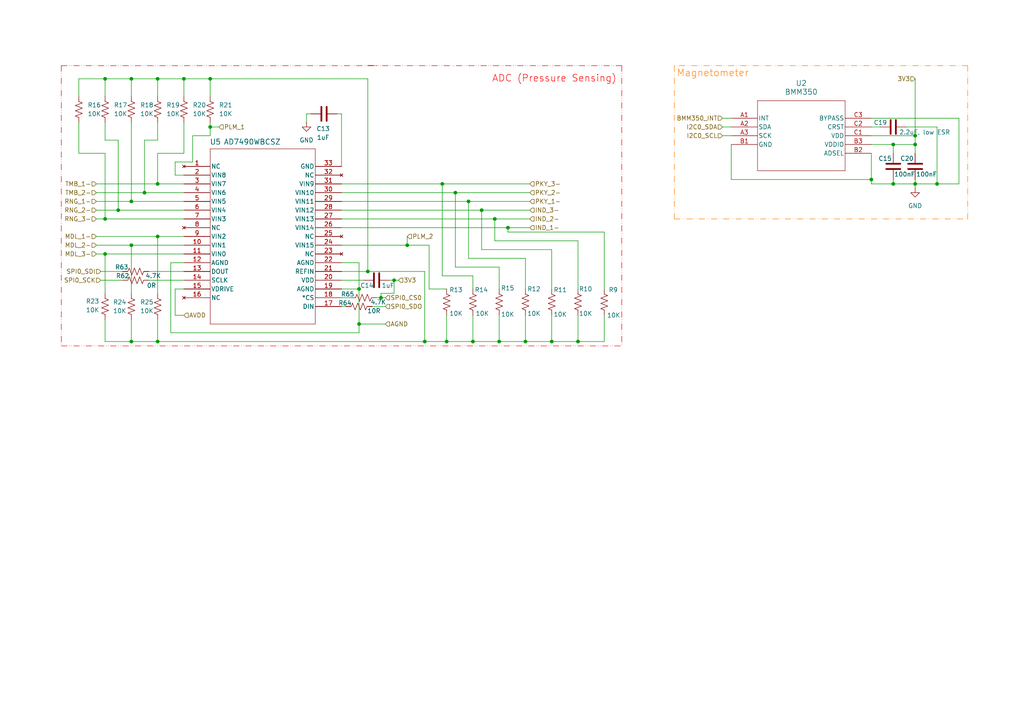
<source format=kicad_sch>
(kicad_sch (version 20250114) (generator "eeschema") (generator_version "9.0")
  (paper "A4")
  (title_block (company "Robert Fudge"))
  (lib_symbols
    (symbol "2025-04-21_22-24-32:AD7490WBCSZ" (pin_names (offset 0.254))
      (property "Reference" "U" (at 22.86 10.16 0))
      (property "Value" "AD7490WBCSZ" (at 22.86 7.62 0))
      (symbol "AD7490WBCSZ_0_1"
        (polyline (pts (xy 7.62 5.08) (xy 7.62 -45.72)) (stroke (width 0.127)))
        (polyline (pts (xy 7.62 -45.72) (xy 38.1 -45.72)) (stroke (width 0.127)))
        (polyline (pts (xy 38.1 5.08) (xy 7.62 5.08)) (stroke (width 0.127)))
        (polyline (pts (xy 38.1 -45.72) (xy 38.1 5.08)) (stroke (width 0.127)))
        (pin no_connect line (at 0 0 0) (length 7.62) (name "NC") (number "1"))
        (pin unspecified line (at 0 -2.54 0) (length 7.62) (name "VIN8") (number "2"))
        (pin unspecified line (at 0 -5.08 0) (length 7.62) (name "VIN7") (number "3"))
        (pin unspecified line (at 0 -7.62 0) (length 7.62) (name "VIN6") (number "4"))
        (pin unspecified line (at 0 -10.16 0) (length 7.62) (name "VIN5") (number "5"))
        (pin unspecified line (at 0 -12.7 0) (length 7.62) (name "VIN4") (number "6"))
        (pin unspecified line (at 0 -15.24 0) (length 7.62) (name "VIN3") (number "7"))
        (pin no_connect line (at 0 -17.78 0) (length 7.62) (name "NC") (number "8"))
        (pin unspecified line (at 0 -20.32 0) (length 7.62) (name "VIN2") (number "9"))
        (pin unspecified line (at 0 -22.86 0) (length 7.62) (name "VIN1") (number "10"))
        (pin bidirectional line (at 0 -25.4 0) (length 7.62) (name "VIN0") (number "11"))
        (pin power_out line (at 0 -27.94 0) (length 7.62) (name "AGND") (number "12"))
        (pin output line (at 0 -30.48 0) (length 7.62) (name "DOUT") (number "13"))
        (pin input line (at 0 -33.02 0) (length 7.62) (name "SCLK") (number "14"))
        (pin power_in line (at 0 -35.56 0) (length 7.62) (name "VDRIVE") (number "15"))
        (pin no_connect line (at 0 -38.1 0) (length 7.62) (name "NC") (number "16"))
        (pin power_out line (at 45.72 0 180) (length 7.62) (name "GND") (number "33"))
        (pin no_connect line (at 45.72 -2.54 180) (length 7.62) (name "NC") (number "32"))
        (pin unspecified line (at 45.72 -5.08 180) (length 7.62) (name "VIN9") (number "31"))
        (pin unspecified line (at 45.72 -7.62 180) (length 7.62) (name "VIN10") (number "30"))
        (pin unspecified line (at 45.72 -10.16 180) (length 7.62) (name "VIN11") (number "29"))
        (pin unspecified line (at 45.72 -12.7 180) (length 7.62) (name "VIN12") (number "28"))
        (pin unspecified line (at 45.72 -15.24 180) (length 7.62) (name "VIN13") (number "27"))
        (pin unspecified line (at 45.72 -17.78 180) (length 7.62) (name "VIN14") (number "26"))
        (pin no_connect line (at 45.72 -20.32 180) (length 7.62) (name "NC") (number "25"))
        (pin unspecified line (at 45.72 -22.86 180) (length 7.62) (name "VIN15") (number "24"))
        (pin no_connect line (at 45.72 -25.4 180) (length 7.62) (name "NC") (number "23"))
        (pin power_out line (at 45.72 -27.94 180) (length 7.62) (name "AGND") (number "22"))
        (pin input line (at 45.72 -30.48 180) (length 7.62) (name "REFIN") (number "21"))
        (pin power_in line (at 45.72 -33.02 180) (length 7.62) (name "VDD") (number "20"))
        (pin power_out line (at 45.72 -35.56 180) (length 7.62) (name "AGND") (number "19"))
        (pin input line (at 45.72 -38.1 180) (length 7.62) (name "*CS") (number "18"))
        (pin input line (at 45.72 -40.64 180) (length 7.62) (name "DIN") (number "17"))
      )
    )
    (symbol "2025-04-24_21-19-10:BMM350" (pin_names (offset 0.254))
      (property "Reference" "U" (at 20.32 10.16 0))
      (property "Value" "BMM350" (at 20.32 7.62 0))
      (symbol "BMM350_0_1"
        (polyline (pts (xy 7.62 5.08) (xy 7.62 -15.24)) (stroke (width 0.127)))
        (polyline (pts (xy 7.62 -15.24) (xy 33.02 -15.24)) (stroke (width 0.127)))
        (polyline (pts (xy 33.02 5.08) (xy 7.62 5.08)) (stroke (width 0.127)))
        (polyline (pts (xy 33.02 -15.24) (xy 33.02 5.08)) (stroke (width 0.127)))
        (pin input line (at 0 0 0) (length 7.62) (name "INT") (number "A1"))
        (pin unspecified line (at 0 -2.54 0) (length 7.62) (name "SDA") (number "A2"))
        (pin unspecified line (at 0 -5.08 0) (length 7.62) (name "SCK") (number "A3"))
        (pin power_out line (at 0 -7.62 0) (length 7.62) (name "GND") (number "B1"))
        (pin power_out line (at 40.64 0 180) (length 7.62) (name "BYPASS") (number "C3"))
        (pin unspecified line (at 40.64 -2.54 180) (length 7.62) (name "CRST") (number "C2"))
        (pin power_in line (at 40.64 -5.08 180) (length 7.62) (name "VDD") (number "C1"))
        (pin power_in line (at 40.64 -7.62 180) (length 7.62) (name "VDDIO") (number "B3"))
        (pin unspecified line (at 40.64 -10.16 180) (length 7.62) (name "ADSEL") (number "B2"))
      )
    )
    (symbol "Device:C" (pin_numbers (hide yes)) (pin_names (offset 0.254))
      (property "Reference" "C" (at 0.635 2.54 0))
      (property "Value" "C" (at 0.635 -2.54 0))
      (symbol "C_0_1"
        (polyline (pts (xy -2.032 0.762) (xy 2.032 0.762)) (stroke (width 0.508)))
        (polyline (pts (xy -2.032 -0.762) (xy 2.032 -0.762)) (stroke (width 0.508)))
      )
      (symbol "C_1_1"
        (pin passive line (at 0 3.81 270) (length 2.794) (name "~") (number "1"))
        (pin passive line (at 0 -3.81 90) (length 2.794) (name "~") (number "2"))
      )
    )
    (symbol "Device:R_US" (pin_numbers (hide yes)) (pin_names (offset 0))
      (property "Reference" "R" (at 2.54 0 90))
      (property "Value" "R_US" (at -2.54 0 90))
      (symbol "R_US_0_1"
        (polyline (pts (xy 0 2.286) (xy 0 2.54)))
        (polyline (pts (xy 0 2.286) (xy 1.016 1.905) (xy 0 1.524) (xy -1.016 1.143) (xy 0 0.762)))
        (polyline (pts (xy 0 0.762) (xy 1.016 0.381) (xy 0 0) (xy -1.016 -0.381) (xy 0 -0.762)))
        (polyline (pts (xy 0 -0.762) (xy 1.016 -1.143) (xy 0 -1.524) (xy -1.016 -1.905) (xy 0 -2.286)))
        (polyline (pts (xy 0 -2.286) (xy 0 -2.54)))
      )
      (symbol "R_US_1_1"
        (pin passive line (at 0 3.81 270) (length 1.27) (name "~") (number "1"))
        (pin passive line (at 0 -3.81 90) (length 1.27) (name "~") (number "2"))
      )
    )
    (symbol "power:GND" (power) (pin_numbers (hide yes)) (pin_names (offset 0) (hide yes))
      (property "Value" "GND" (at 0 -3.81 0))
      (symbol "GND_0_1"
        (polyline (pts (xy 0 0) (xy 0 -1.27) (xy 1.27 -1.27) (xy 0 -2.54) (xy -1.27 -1.27) (xy 0 -1.27)))
      )
      (symbol "GND_1_1"
        (pin power_in line (at 0 0 270) (length 0) (name "~") (number "1"))
      )
    )
  )
  (text "Magnetometer" (at 206.756 21.336 0) (effects (font (size 2 2))))
  (text "ADC (Pressure Sensing)" (at 160.782 22.86 0) (effects (font (size 2 2))))
  (junction (at 147.32 66.04))
  (junction (at 152.4 99.06))
  (junction (at 38.1 58.42))
  (junction (at 30.48 63.5))
  (junction (at 144.78 99.06))
  (junction (at 259.08 53.34))
  (junction (at 139.7 60.96))
  (junction (at 45.72 22.86))
  (junction (at 123.19 99.06))
  (junction (at 135.89 58.42))
  (junction (at 160.02 99.06))
  (junction (at 34.29 60.96))
  (junction (at 38.1 22.86))
  (junction (at 118.11 71.12))
  (junction (at 45.72 68.58))
  (junction (at 38.1 71.12))
  (junction (at 110.49 86.36))
  (junction (at 129.54 99.06))
  (junction (at 252.73 52.07))
  (junction (at 137.16 99.06))
  (junction (at 265.43 39.37))
  (junction (at 60.96 22.86))
  (junction (at 167.64 99.06))
  (junction (at 106.68 78.74))
  (junction (at 41.91 55.88))
  (junction (at 38.1 99.06))
  (junction (at 30.48 22.86))
  (junction (at 30.48 73.66))
  (junction (at 143.51 63.5))
  (junction (at 104.14 93.98))
  (junction (at 53.34 22.86))
  (junction (at 265.43 53.34))
  (junction (at 132.08 55.88))
  (junction (at 259.08 41.91))
  (junction (at 104.14 83.82))
  (junction (at 114.3 81.28))
  (junction (at 45.72 99.06))
  (junction (at 45.72 53.34))
  (junction (at 265.43 41.91))
  (junction (at 271.78 53.34))
  (junction (at 60.96 36.83))
  (junction (at 128.27 53.34))
  (wire (pts (xy 99.06 33.02) (xy 99.06 48.26)))
  (wire (pts (xy 143.51 63.5) (xy 153.67 63.5)))
  (wire (pts (xy 132.08 55.88) (xy 153.67 55.88)))
  (wire (pts (xy 160.02 83.82) (xy 160.02 72.39)))
  (polyline (pts (xy 109.22 19.05) (xy 109.22 19.05)) (stroke (width 0) (type dash_dot_dot) (color 255 0 0 1)))
  (wire (pts (xy 259.08 52.07) (xy 259.08 53.34)))
  (wire (pts (xy 49.53 96.52) (xy 104.14 96.52)))
  (wire (pts (xy 259.08 53.34) (xy 252.73 53.34)))
  (wire (pts (xy 99.06 63.5) (xy 143.51 63.5)))
  (wire (pts (xy 38.1 71.12) (xy 38.1 85.09)))
  (wire (pts (xy 60.96 36.83) (xy 60.96 35.56)))
  (wire (pts (xy 132.08 77.47) (xy 132.08 55.88)))
  (wire (pts (xy 144.78 91.44) (xy 144.78 99.06)))
  (wire (pts (xy 43.18 78.74) (xy 53.34 78.74)))
  (wire (pts (xy 38.1 22.86) (xy 45.72 22.86)))
  (polyline (pts (xy 17.78 100.33) (xy 180.34 100.33)) (stroke (width 0) (type dash_dot_dot) (color 255 0 0 1)))
  (wire (pts (xy 144.78 77.47) (xy 132.08 77.47)))
  (wire (pts (xy 107.95 88.9) (xy 111.76 88.9)))
  (wire (pts (xy 55.88 46.99) (xy 55.88 39.37)))
  (wire (pts (xy 53.34 22.86) (xy 53.34 27.94)))
  (wire (pts (xy 118.11 71.12) (xy 124.46 71.12)))
  (wire (pts (xy 49.53 76.2) (xy 49.53 96.52)))
  (polyline (pts (xy 180.34 19.05) (xy 109.22 19.05)) (stroke (width 0) (type dash_dot_dot) (color 255 0 0 1)))
  (wire (pts (xy 30.48 73.66) (xy 30.48 85.09)))
  (wire (pts (xy 45.72 92.71) (xy 45.72 99.06)))
  (wire (pts (xy 60.96 36.83) (xy 63.5 36.83)))
  (wire (pts (xy 53.34 91.44) (xy 50.8 91.44)))
  (wire (pts (xy 29.21 81.28) (xy 35.56 81.28)))
  (wire (pts (xy 252.73 52.07) (xy 252.73 44.45)))
  (wire (pts (xy 212.09 41.91) (xy 212.09 52.07)))
  (wire (pts (xy 209.55 36.83) (xy 212.09 36.83)))
  (polyline (pts (xy 17.78 19.05) (xy 17.78 100.33)) (stroke (width 0) (type dash_dot_dot) (color 255 0 0 1)))
  (wire (pts (xy 104.14 76.2) (xy 104.14 83.82)))
  (wire (pts (xy 252.73 34.29) (xy 278.13 34.29)))
  (wire (pts (xy 41.91 55.88) (xy 53.34 55.88)))
  (wire (pts (xy 143.51 69.85) (xy 143.51 63.5)))
  (wire (pts (xy 252.73 39.37) (xy 265.43 39.37)))
  (wire (pts (xy 113.03 81.28) (xy 114.3 81.28)))
  (wire (pts (xy 262.89 36.83) (xy 271.78 36.83)))
  (wire (pts (xy 265.43 41.91) (xy 265.43 44.45)))
  (wire (pts (xy 152.4 83.82) (xy 152.4 74.93)))
  (wire (pts (xy 38.1 99.06) (xy 45.72 99.06)))
  (wire (pts (xy 45.72 68.58) (xy 45.72 85.09)))
  (wire (pts (xy 152.4 74.93) (xy 135.89 74.93)))
  (wire (pts (xy 34.29 60.96) (xy 53.34 60.96)))
  (wire (pts (xy 265.43 53.34) (xy 259.08 53.34)))
  (wire (pts (xy 137.16 83.82) (xy 137.16 80.01)))
  (wire (pts (xy 175.26 83.82) (xy 175.26 67.31)))
  (wire (pts (xy 160.02 91.44) (xy 160.02 99.06)))
  (polyline (pts (xy 109.22 19.05) (xy 109.22 19.05)) (stroke (width 0) (type dash_dot_dot) (color 255 0 0 1)))
  (wire (pts (xy 45.72 68.58) (xy 53.34 68.58)))
  (wire (pts (xy 30.48 99.06) (xy 30.48 92.71)))
  (wire (pts (xy 99.06 88.9) (xy 100.33 88.9)))
  (wire (pts (xy 110.49 86.36) (xy 111.76 86.36)))
  (wire (pts (xy 106.68 78.74) (xy 106.68 22.86)))
  (wire (pts (xy 137.16 80.01) (xy 128.27 80.01)))
  (wire (pts (xy 34.29 40.64) (xy 34.29 60.96)))
  (wire (pts (xy 175.26 67.31) (xy 147.32 67.31)))
  (wire (pts (xy 139.7 72.39) (xy 139.7 60.96)))
  (wire (pts (xy 22.86 27.94) (xy 22.86 22.86)))
  (wire (pts (xy 99.06 66.04) (xy 147.32 66.04)))
  (wire (pts (xy 160.02 99.06) (xy 167.64 99.06)))
  (wire (pts (xy 99.06 71.12) (xy 118.11 71.12)))
  (wire (pts (xy 38.1 22.86) (xy 38.1 27.94)))
  (polyline (pts (xy 280.67 19.05) (xy 195.58 19.05)) (stroke (width 0) (type dash_dot_dot) (color 255 128 0 1)))
  (wire (pts (xy 135.89 74.93) (xy 135.89 58.42)))
  (wire (pts (xy 53.34 35.56) (xy 53.34 44.45)))
  (wire (pts (xy 30.48 99.06) (xy 38.1 99.06)))
  (polyline (pts (xy 195.58 63.5) (xy 280.67 63.5)) (stroke (width 0) (type dash_dot_dot) (color 255 128 0 1)))
  (wire (pts (xy 22.86 22.86) (xy 30.48 22.86)))
  (polyline (pts (xy 109.22 19.05) (xy 109.22 19.05)) (stroke (width 0) (type dash_dot_dot) (color 255 0 0 1)))
  (wire (pts (xy 144.78 99.06) (xy 152.4 99.06)))
  (polyline (pts (xy 280.67 63.5) (xy 280.67 19.05)) (stroke (width 0) (type dash_dot_dot) (color 255 128 0 1)))
  (wire (pts (xy 99.06 81.28) (xy 105.41 81.28)))
  (wire (pts (xy 50.8 46.99) (xy 55.88 46.99)))
  (wire (pts (xy 22.86 44.45) (xy 22.86 35.56)))
  (wire (pts (xy 34.29 40.64) (xy 30.48 40.64)))
  (wire (pts (xy 99.06 78.74) (xy 106.68 78.74)))
  (wire (pts (xy 38.1 71.12) (xy 53.34 71.12)))
  (wire (pts (xy 152.4 91.44) (xy 152.4 99.06)))
  (wire (pts (xy 147.32 67.31) (xy 147.32 66.04)))
  (wire (pts (xy 252.73 36.83) (xy 255.27 36.83)))
  (wire (pts (xy 139.7 60.96) (xy 153.67 60.96)))
  (wire (pts (xy 38.1 92.71) (xy 38.1 99.06)))
  (polyline (pts (xy 109.22 19.05) (xy 109.22 19.05)) (stroke (width 0) (type dash_dot_dot) (color 255 0 0 1)))
  (wire (pts (xy 53.34 50.8) (xy 50.8 50.8)))
  (wire (pts (xy 144.78 83.82) (xy 144.78 77.47)))
  (wire (pts (xy 27.94 63.5) (xy 30.48 63.5)))
  (wire (pts (xy 30.48 22.86) (xy 38.1 22.86)))
  (wire (pts (xy 265.43 52.07) (xy 265.43 53.34)))
  (wire (pts (xy 30.48 63.5) (xy 53.34 63.5)))
  (wire (pts (xy 278.13 34.29) (xy 278.13 53.34)))
  (wire (pts (xy 265.43 41.91) (xy 265.43 39.37)))
  (wire (pts (xy 45.72 40.64) (xy 45.72 35.56)))
  (wire (pts (xy 27.94 60.96) (xy 34.29 60.96)))
  (wire (pts (xy 212.09 52.07) (xy 252.73 52.07)))
  (polyline (pts (xy 180.34 19.05) (xy 180.34 100.33)) (stroke (width 0) (type dash_dot_dot) (color 255 0 0 1)))
  (wire (pts (xy 137.16 91.44) (xy 137.16 99.06)))
  (wire (pts (xy 99.06 76.2) (xy 104.14 76.2)))
  (wire (pts (xy 38.1 58.42) (xy 53.34 58.42)))
  (wire (pts (xy 106.68 78.74) (xy 123.19 78.74)))
  (wire (pts (xy 43.18 81.28) (xy 53.34 81.28)))
  (polyline (pts (xy 17.78 19.05) (xy 109.22 19.05)) (stroke (width 0) (type dash_dot_dot) (color 255 0 0 1)))
  (wire (pts (xy 41.91 40.64) (xy 45.72 40.64)))
  (wire (pts (xy 30.48 44.45) (xy 22.86 44.45)))
  (wire (pts (xy 99.06 58.42) (xy 135.89 58.42)))
  (wire (pts (xy 109.22 86.36) (xy 110.49 86.36)))
  (wire (pts (xy 135.89 58.42) (xy 153.67 58.42)))
  (wire (pts (xy 128.27 53.34) (xy 153.67 53.34)))
  (wire (pts (xy 99.06 53.34) (xy 128.27 53.34)))
  (polyline (pts (xy 106.68 19.05) (xy 109.22 19.05)) (stroke (width 0) (type dash_dot_dot) (color 255 0 0 1)))
  (wire (pts (xy 167.64 91.44) (xy 167.64 99.06)))
  (wire (pts (xy 30.48 22.86) (xy 30.48 27.94)))
  (wire (pts (xy 38.1 35.56) (xy 38.1 58.42)))
  (wire (pts (xy 27.94 55.88) (xy 41.91 55.88)))
  (wire (pts (xy 88.9 35.56) (xy 88.9 33.02)))
  (wire (pts (xy 41.91 40.64) (xy 41.91 55.88)))
  (wire (pts (xy 278.13 53.34) (xy 271.78 53.34)))
  (wire (pts (xy 104.14 93.98) (xy 111.76 93.98)))
  (wire (pts (xy 88.9 33.02) (xy 90.17 33.02)))
  (wire (pts (xy 114.3 81.28) (xy 114.3 85.09)))
  (wire (pts (xy 129.54 91.44) (xy 129.54 99.06)))
  (wire (pts (xy 50.8 83.82) (xy 53.34 83.82)))
  (wire (pts (xy 53.34 22.86) (xy 60.96 22.86)))
  (wire (pts (xy 128.27 80.01) (xy 128.27 53.34)))
  (wire (pts (xy 55.88 39.37) (xy 60.96 39.37)))
  (wire (pts (xy 30.48 40.64) (xy 30.48 35.56)))
  (wire (pts (xy 129.54 99.06) (xy 137.16 99.06)))
  (wire (pts (xy 53.34 44.45) (xy 45.72 44.45)))
  (wire (pts (xy 123.19 78.74) (xy 123.19 99.06)))
  (polyline (pts (xy 109.22 19.05) (xy 109.22 19.05)) (stroke (width 0) (type dash_dot_dot) (color 255 0 0 1)))
  (polyline (pts (xy 106.68 19.05) (xy 109.22 19.05)) (stroke (width 0) (type dash_dot_dot) (color 255 0 0 1)))
  (wire (pts (xy 29.21 78.74) (xy 35.56 78.74)))
  (wire (pts (xy 30.48 63.5) (xy 30.48 44.45)))
  (wire (pts (xy 152.4 99.06) (xy 160.02 99.06)))
  (wire (pts (xy 175.26 99.06) (xy 167.64 99.06)))
  (wire (pts (xy 45.72 22.86) (xy 53.34 22.86)))
  (wire (pts (xy 97.79 33.02) (xy 99.06 33.02)))
  (wire (pts (xy 123.19 99.06) (xy 129.54 99.06)))
  (wire (pts (xy 252.73 41.91) (xy 259.08 41.91)))
  (wire (pts (xy 60.96 39.37) (xy 60.96 36.83)))
  (wire (pts (xy 259.08 41.91) (xy 265.43 41.91)))
  (wire (pts (xy 99.06 60.96) (xy 139.7 60.96)))
  (wire (pts (xy 49.53 76.2) (xy 53.34 76.2)))
  (wire (pts (xy 27.94 58.42) (xy 38.1 58.42)))
  (wire (pts (xy 209.55 34.29) (xy 212.09 34.29)))
  (wire (pts (xy 265.43 53.34) (xy 265.43 54.61)))
  (wire (pts (xy 50.8 91.44) (xy 50.8 83.82)))
  (wire (pts (xy 175.26 91.44) (xy 175.26 99.06)))
  (wire (pts (xy 45.72 99.06) (xy 123.19 99.06)))
  (wire (pts (xy 167.64 69.85) (xy 143.51 69.85)))
  (wire (pts (xy 104.14 93.98) (xy 104.14 83.82)))
  (wire (pts (xy 259.08 41.91) (xy 259.08 44.45)))
  (wire (pts (xy 45.72 53.34) (xy 53.34 53.34)))
  (wire (pts (xy 27.94 53.34) (xy 45.72 53.34)))
  (wire (pts (xy 252.73 53.34) (xy 252.73 52.07)))
  (wire (pts (xy 265.43 39.37) (xy 265.43 22.86)))
  (wire (pts (xy 27.94 71.12) (xy 38.1 71.12)))
  (wire (pts (xy 99.06 55.88) (xy 132.08 55.88)))
  (wire (pts (xy 137.16 99.06) (xy 144.78 99.06)))
  (wire (pts (xy 27.94 68.58) (xy 45.72 68.58)))
  (wire (pts (xy 99.06 86.36) (xy 101.6 86.36)))
  (polyline (pts (xy 195.58 19.05) (xy 195.58 63.5)) (stroke (width 0) (type dash_dot_dot) (color 255 128 0 1)))
  (wire (pts (xy 271.78 53.34) (xy 265.43 53.34)))
  (polyline (pts (xy 106.68 19.05) (xy 109.22 19.05)) (stroke (width 0) (type dash_dot_dot) (color 255 0 0 1)))
  (wire (pts (xy 124.46 83.82) (xy 124.46 71.12)))
  (wire (pts (xy 167.64 83.82) (xy 167.64 69.85)))
  (wire (pts (xy 271.78 36.83) (xy 271.78 53.34)))
  (wire (pts (xy 114.3 85.09) (xy 110.49 85.09)))
  (wire (pts (xy 27.94 73.66) (xy 30.48 73.66)))
  (wire (pts (xy 118.11 68.58) (xy 118.11 71.12)))
  (wire (pts (xy 45.72 22.86) (xy 45.72 27.94)))
  (wire (pts (xy 60.96 22.86) (xy 60.96 27.94)))
  (wire (pts (xy 209.55 39.37) (xy 212.09 39.37)))
  (wire (pts (xy 50.8 50.8) (xy 50.8 46.99)))
  (wire (pts (xy 160.02 72.39) (xy 139.7 72.39)))
  (polyline (pts (xy 106.68 19.05) (xy 109.22 19.05)) (stroke (width 0) (type dash_dot_dot) (color 255 0 0 1)))
  (wire (pts (xy 104.14 93.98) (xy 104.14 96.52)))
  (wire (pts (xy 45.72 44.45) (xy 45.72 53.34)))
  (wire (pts (xy 104.14 83.82) (xy 99.06 83.82)))
  (wire (pts (xy 30.48 73.66) (xy 53.34 73.66)))
  (wire (pts (xy 147.32 66.04) (xy 153.67 66.04)))
  (wire (pts (xy 129.54 83.82) (xy 124.46 83.82)))
  (wire (pts (xy 110.49 85.09) (xy 110.49 86.36)))
  (wire (pts (xy 60.96 22.86) (xy 106.68 22.86)))
  (wire (pts (xy 114.3 81.28) (xy 115.57 81.28)))
  (hierarchical_label "SPI0_SCK" (shape input) (at 29.21 81.28 180))
  (hierarchical_label "AGND" (shape input) (at 111.76 93.98 0))
  (hierarchical_label "SPI0_CS0" (shape input) (at 111.76 86.36 0))
  (hierarchical_label "PLM_2" (shape input) (at 118.11 68.58 0))
  (hierarchical_label "3V3" (shape input) (at 115.57 81.28 0))
  (hierarchical_label "PKY_1-" (shape input) (at 153.67 58.42 0))
  (hierarchical_label "MDL_3-" (shape input) (at 27.94 73.66 180))
  (hierarchical_label "TMB_2-" (shape input) (at 27.94 55.88 180))
  (hierarchical_label "BMM350_INT" (shape input) (at 209.55 34.29 180))
  (hierarchical_label "SPI0_SDI" (shape input) (at 29.21 78.74 180))
  (hierarchical_label "MDL_1-" (shape input) (at 27.94 68.58 180))
  (hierarchical_label "I2C0_SDA" (shape input) (at 209.55 36.83 180))
  (hierarchical_label "IND_3-" (shape input) (at 153.67 60.96 0))
  (hierarchical_label "SPI0_SDO" (shape input) (at 111.76 88.9 0))
  (hierarchical_label "IND_1-" (shape input) (at 153.67 66.04 0))
  (hierarchical_label "PKY_3-" (shape input) (at 153.67 53.34 0))
  (hierarchical_label "RNG_3-" (shape input) (at 27.94 63.5 180))
  (hierarchical_label "MDL_2-" (shape input) (at 27.94 71.12 180))
  (hierarchical_label "3V3" (shape input) (at 265.43 22.86 180))
  (hierarchical_label "PLM_1" (shape input) (at 63.5 36.83 0))
  (hierarchical_label "RNG_2-" (shape input) (at 27.94 60.96 180))
  (hierarchical_label "PKY_2-" (shape input) (at 153.67 55.88 0))
  (hierarchical_label "I2C0_SCL" (shape input) (at 209.55 39.37 180))
  (hierarchical_label "TMB_1-" (shape input) (at 27.94 53.34 180))
  (hierarchical_label "IND_2-" (shape input) (at 153.67 63.5 0))
  (hierarchical_label "AVDD" (shape input) (at 53.34 91.44 0))
  (hierarchical_label "RNG_1-" (shape input) (at 27.94 58.42 180))
  (symbol (lib_id "Device:R_US") (at 129.54 87.63 0) (unit 1)
    (property "Reference" "R13" (at 130.302 84.074 0) (effects (justify left)))
    (property "Value" "10K" (at 130.302 90.932 0) (effects (justify left)))
    (property "Footprint" "Resistor_SMD:R_0805_2012Metric_Pad1.20x1.40mm_HandSolder" (effects (hide yes)))
    (property "Description" "Resistor, US symbol" (effects (hide yes)))
  )
  (symbol (lib_id "Device:R_US") (at 38.1 31.75 0) (unit 1)
    (property "Reference" "R18" (at 40.64 30.4799 0) (effects (justify left)))
    (property "Value" "10K" (at 40.64 33.0199 0) (effects (justify left)))
    (property "Footprint" "Resistor_SMD:R_0805_2012Metric_Pad1.20x1.40mm_HandSolder" (effects (hide yes)))
    (property "Description" "Resistor, US symbol" (effects (hide yes)))
  )
  (symbol (lib_id "Device:C") (at 259.08 48.26 0) (unit 1)
    (property "Reference" "C15" (at 254.762 45.974 0) (effects (justify left)))
    (property "Value" "100nF" (at 259.334 50.546 0) (effects (justify left)))
    (property "Description" "Unpolarized capacitor" (effects (hide yes)))
  )
  (symbol (lib_id "Device:R_US") (at 60.96 31.75 0) (unit 1)
    (property "Reference" "R21" (at 63.5 30.4799 0) (effects (justify left)))
    (property "Value" "10K" (at 63.5 33.0199 0) (effects (justify left)))
    (property "Footprint" "Resistor_SMD:R_0805_2012Metric_Pad1.20x1.40mm_HandSolder" (effects (hide yes)))
    (property "Description" "Resistor, US symbol" (effects (hide yes)))
  )
  (symbol (lib_id "2025-04-24_21-19-10:BMM350") (at 212.09 34.29 0) (unit 1)
    (property "Reference" "U2" (at 232.41 24.13 0) (effects (font (size 1.524 1.524))))
    (property "Value" "BMM350" (at 232.41 26.67 0) (effects (font (size 1.524 1.524))))
    (property "Footprint" "BMM350:BGA9_BMM350_BOS-M" (effects (hide yes)))
    (property "Datasheet" "BMM350" (effects (hide yes)))
  )
  (symbol (lib_id "Device:R_US") (at 144.78 87.63 0) (unit 1)
    (property "Reference" "R15" (at 145.288 83.566 0) (effects (justify left)))
    (property "Value" "10K" (at 145.288 91.186 0) (effects (justify left)))
    (property "Footprint" "Resistor_SMD:R_0805_2012Metric_Pad1.20x1.40mm_HandSolder" (effects (hide yes)))
    (property "Description" "Resistor, US symbol" (effects (hide yes)))
  )
  (symbol (lib_id "power:GND") (at 265.43 54.61 0) (unit 1)
    (property "Reference" "#PWR011" (effects (hide yes)))
    (property "Value" "GND" (at 265.43 59.69 0))
    (property "Description" "Power symbol creates a global label with name \"GND\" , ground" (effects (hide yes)))
  )
  (symbol (lib_id "Device:R_US") (at 45.72 88.9 0) (unit 1)
    (property "Reference" "R25" (at 40.64 87.63 0) (effects (justify left)))
    (property "Value" "10K" (at 40.64 90.17 0) (effects (justify left)))
    (property "Footprint" "Resistor_SMD:R_0805_2012Metric_Pad1.20x1.40mm_HandSolder" (effects (hide yes)))
    (property "Description" "Resistor, US symbol" (effects (hide yes)))
  )
  (symbol (lib_id "Device:C") (at 93.98 33.02 90) (unit 1)
    (property "Reference" "C13" (at 93.726 37.338 90))
    (property "Value" "1uF" (at 93.726 39.878 90))
    (property "Footprint" "Resistor_SMD:R_0805_2012Metric_Pad1.20x1.40mm_HandSolder" (effects (hide yes)))
    (property "Description" "Unpolarized capacitor" (effects (hide yes)))
  )
  (symbol (lib_id "Device:R_US") (at 30.48 88.9 0) (unit 1)
    (property "Reference" "R23" (at 24.892 87.376 0) (effects (justify left)))
    (property "Value" "10K" (at 24.892 89.916 0) (effects (justify left)))
    (property "Footprint" "Resistor_SMD:R_0805_2012Metric_Pad1.20x1.40mm_HandSolder" (effects (hide yes)))
    (property "Description" "Resistor, US symbol" (effects (hide yes)))
  )
  (symbol (lib_id "Device:R_US") (at 160.02 87.63 0) (unit 1)
    (property "Reference" "R11" (at 160.528 84.074 0) (effects (justify left)))
    (property "Value" "10K" (at 160.528 91.186 0) (effects (justify left)))
    (property "Footprint" "Resistor_SMD:R_0805_2012Metric_Pad1.20x1.40mm_HandSolder" (effects (hide yes)))
    (property "Description" "Resistor, US symbol" (effects (hide yes)))
  )
  (symbol (lib_id "power:GND") (at 88.9 35.56 0) (unit 1)
    (property "Reference" "#PWR09" (effects (hide yes)))
    (property "Value" "GND" (at 88.9 40.64 0))
    (property "Description" "Power symbol creates a global label with name \"GND\" , ground" (effects (hide yes)))
  )
  (symbol (lib_id "Device:R_US") (at 105.41 86.36 90) (unit 1)
    (property "Reference" "R65" (at 100.838 85.344 90))
    (property "Value" "4.7K" (at 109.728 87.63 90))
    (property "Footprint" "Resistor_SMD:R_0805_2012Metric_Pad1.20x1.40mm_HandSolder" (effects (hide yes)))
    (property "Description" "Resistor, US symbol" (effects (hide yes)))
  )
  (symbol (lib_id "Device:R_US") (at 53.34 31.75 0) (unit 1)
    (property "Reference" "R20" (at 55.88 30.4799 0) (effects (justify left)))
    (property "Value" "10K" (at 55.88 33.0199 0) (effects (justify left)))
    (property "Footprint" "Resistor_SMD:R_0805_2012Metric_Pad1.20x1.40mm_HandSolder" (effects (hide yes)))
    (property "Description" "Resistor, US symbol" (effects (hide yes)))
  )
  (symbol (lib_id "Device:R_US") (at 137.16 87.63 0) (unit 1)
    (property "Reference" "R14" (at 137.668 84.074 0) (effects (justify left)))
    (property "Value" "10K" (at 137.922 90.932 0) (effects (justify left)))
    (property "Footprint" "Resistor_SMD:R_0805_2012Metric_Pad1.20x1.40mm_HandSolder" (effects (hide yes)))
    (property "Description" "Resistor, US symbol" (effects (hide yes)))
  )
  (symbol (lib_id "Device:R_US") (at 38.1 88.9 0) (unit 1)
    (property "Reference" "R24" (at 32.766 87.63 0) (effects (justify left)))
    (property "Value" "10K" (at 32.766 90.17 0) (effects (justify left)))
    (property "Footprint" "Resistor_SMD:R_0805_2012Metric_Pad1.20x1.40mm_HandSolder" (effects (hide yes)))
    (property "Description" "Resistor, US symbol" (effects (hide yes)))
  )
  (symbol (lib_id "Device:R_US") (at 22.86 31.75 0) (unit 1)
    (property "Reference" "R16" (at 25.4 30.4799 0) (effects (justify left)))
    (property "Value" "10K" (at 25.4 33.0199 0) (effects (justify left)))
    (property "Footprint" "Resistor_SMD:R_0805_2012Metric_Pad1.20x1.40mm_HandSolder" (effects (hide yes)))
    (property "Description" "Resistor, US symbol" (effects (hide yes)))
  )
  (symbol (lib_id "Device:R_US") (at 167.64 87.63 0) (unit 1)
    (property "Reference" "R10" (at 167.894 83.82 0) (effects (justify left)))
    (property "Value" "10K" (at 167.894 90.932 0) (effects (justify left)))
    (property "Footprint" "Resistor_SMD:R_0805_2012Metric_Pad1.20x1.40mm_HandSolder" (effects (hide yes)))
    (property "Description" "Resistor, US symbol" (effects (hide yes)))
  )
  (symbol (lib_id "Device:R_US") (at 152.4 87.63 0) (unit 1)
    (property "Reference" "R12" (at 152.908 83.82 0) (effects (justify left)))
    (property "Value" "10K" (at 152.908 90.932 0) (effects (justify left)))
    (property "Footprint" "Resistor_SMD:R_0805_2012Metric_Pad1.20x1.40mm_HandSolder" (effects (hide yes)))
    (property "Description" "Resistor, US symbol" (effects (hide yes)))
  )
  (symbol (lib_id "2025-04-21_22-24-32:AD7490WBCSZ") (at 53.34 48.26 0) (unit 1)
    (property "Reference" "U5" (at 62.484 41.148 0) (effects (font (size 1.524 1.524))))
    (property "Value" "AD7490WBCSZ" (at 73.152 41.148 0) (effects (font (size 1.524 1.524))))
    (property "Footprint" "AD7490WBCSZ:CS-32-3_ADI" (effects (hide yes)))
    (property "Datasheet" "AD7490WBCSZ" (effects (hide yes)))
  )
  (symbol (lib_id "Device:C") (at 109.22 81.28 90) (unit 1)
    (property "Reference" "C14" (at 106.426 82.804 90))
    (property "Value" "1uF" (at 112.522 82.804 90))
    (property "Description" "Unpolarized capacitor" (effects (hide yes)))
  )
  (symbol (lib_id "Device:R_US") (at 175.26 87.63 0) (unit 1)
    (property "Reference" "R9" (at 176.53 84.074 0) (effects (justify left)))
    (property "Value" "10K" (at 176.022 91.44 0) (effects (justify left)))
    (property "Footprint" "Resistor_SMD:R_0805_2012Metric_Pad1.20x1.40mm_HandSolder" (effects (hide yes)))
    (property "Description" "Resistor, US symbol" (effects (hide yes)))
  )
  (symbol (lib_id "Device:C") (at 259.08 36.83 90) (unit 1)
    (property "Reference" "C19" (at 257.302 35.56 90) (effects (justify left)))
    (property "Value" "2.2uF, low ESR" (at 275.59 38.354 90) (effects (justify left)))
    (property "Description" "Unpolarized capacitor" (effects (hide yes)))
  )
  (symbol (lib_id "Device:R_US") (at 104.14 88.9 90) (unit 1)
    (property "Reference" "R64" (at 100.076 87.884 90))
    (property "Value" "10R" (at 108.458 90.17 90))
    (property "Footprint" "Resistor_SMD:R_0805_2012Metric_Pad1.20x1.40mm_HandSolder" (effects (hide yes)))
    (property "Description" "Resistor, US symbol" (effects (hide yes)))
  )
  (symbol (lib_id "Device:R_US") (at 45.72 31.75 0) (unit 1)
    (property "Reference" "R19" (at 48.26 30.4799 0) (effects (justify left)))
    (property "Value" "10K" (at 48.26 33.0199 0) (effects (justify left)))
    (property "Footprint" "Resistor_SMD:R_0805_2012Metric_Pad1.20x1.40mm_HandSolder" (effects (hide yes)))
    (property "Description" "Resistor, US symbol" (effects (hide yes)))
  )
  (symbol (lib_id "Device:R_US") (at 39.37 78.74 90) (unit 1)
    (property "Reference" "R63" (at 35.306 77.47 90))
    (property "Value" "4.7K" (at 44.45 80.01 90))
    (property "Footprint" "Resistor_SMD:R_0805_2012Metric_Pad1.20x1.40mm_HandSolder" (effects (hide yes)))
    (property "Description" "Resistor, US symbol" (effects (hide yes)))
  )
  (symbol (lib_id "Device:C") (at 265.43 48.26 0) (unit 1)
    (property "Reference" "C20" (at 261.112 45.974 0) (effects (justify left)))
    (property "Value" "100nF" (at 265.684 50.546 0) (effects (justify left)))
    (property "Description" "Unpolarized capacitor" (effects (hide yes)))
  )
  (symbol (lib_id "Device:R_US") (at 39.37 81.28 90) (unit 1)
    (property "Reference" "R62" (at 35.56 80.01 90))
    (property "Value" "0R" (at 43.942 82.804 90))
    (property "Footprint" "Resistor_SMD:R_0805_2012Metric_Pad1.20x1.40mm_HandSolder" (effects (hide yes)))
    (property "Description" "Resistor, US symbol" (effects (hide yes)))
  )
  (symbol (lib_id "Device:R_US") (at 30.48 31.75 0) (unit 1)
    (property "Reference" "R17" (at 33.02 30.4799 0) (effects (justify left)))
    (property "Value" "10K" (at 33.02 33.0199 0) (effects (justify left)))
    (property "Footprint" "Resistor_SMD:R_0805_2012Metric_Pad1.20x1.40mm_HandSolder" (effects (hide yes)))
    (property "Description" "Resistor, US symbol" (effects (hide yes)))
  )
)
</source>
